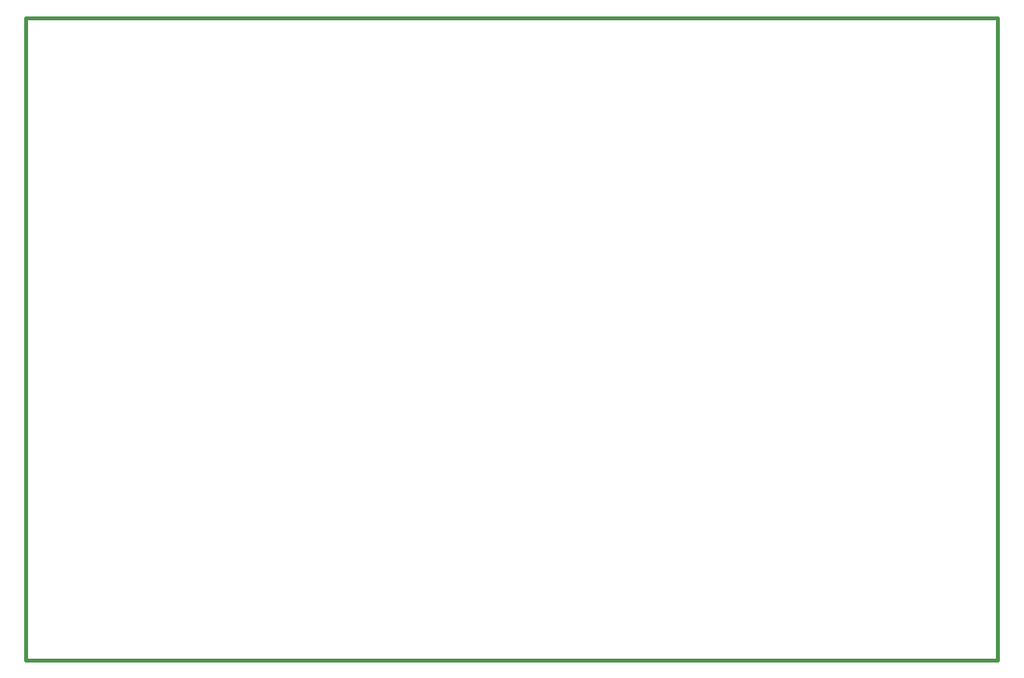
<source format=gko>
G04 Layer_Color=16711935*
%FSLAX25Y25*%
%MOIN*%
G70*
G01*
G75*
%ADD30C,0.01181*%
D30*
X512795Y125984D02*
X596457D01*
X261811D02*
X345472D01*
X261811Y347244D02*
X596457D01*
Y125984D02*
Y347244D01*
X345472Y125984D02*
X512795D01*
X261811D02*
Y347244D01*
M02*

</source>
